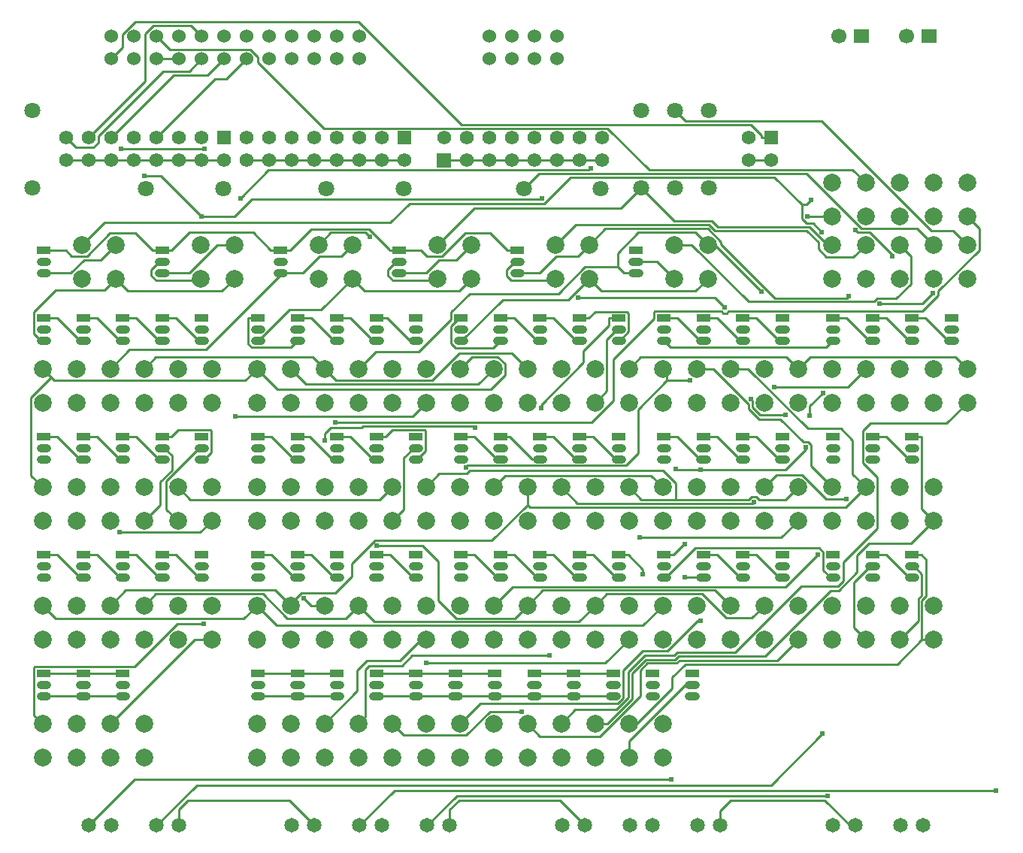
<source format=gtl>
G04 Layer: TopLayer*
G04 EasyEDA v6.4.25, 2021-12-30T01:49:16+01:00*
G04 4773aac788784ad1aa91dadde69bcb95,bb3cfcbffc6840158e79d7648404357e,10*
G04 Gerber Generator version 0.2*
G04 Scale: 100 percent, Rotated: No, Reflected: No *
G04 Dimensions in millimeters *
G04 leading zeros omitted , absolute positions ,4 integer and 5 decimal *
%FSLAX45Y45*%
%MOMM*%

%ADD10C,0.2540*%
%ADD11C,0.6100*%
%ADD12R,1.6000X0.9000*%
%ADD13C,1.9990*%
%ADD14C,1.8000*%
%ADD15C,1.5240*%
%ADD16C,1.6510*%
%ADD17C,1.5748*%
%ADD18R,1.5748X1.5748*%
%ADD19R,1.7000X1.5748*%
%ADD20C,1.7000*%
%ADD21C,0.9000*%

%LPD*%
D10*
X1638300Y6667492D02*
G01*
X1776933Y6528859D01*
X2833166Y6528859D01*
X2971800Y6667492D01*
X825500Y5968992D02*
G01*
X795070Y5968992D01*
X717346Y6046716D01*
X717346Y6296017D01*
X960704Y6539374D01*
X1510182Y6539374D01*
X1638300Y6667492D01*
X9598913Y1543601D02*
G01*
X9017558Y962245D01*
X2549753Y962245D01*
X2095500Y507992D01*
X5397500Y507992D02*
G01*
X5397500Y684344D01*
X5503290Y790135D01*
X6639356Y790135D01*
X6921500Y507992D01*
X7416800Y1269992D02*
G01*
X7416800Y1459400D01*
X8052892Y2095492D01*
X8128000Y2095492D01*
X10604500Y3428992D02*
G01*
X10626877Y3428992D01*
X10717707Y3338161D01*
X10717707Y3097954D01*
X10676839Y3057085D01*
X10676839Y2815531D01*
X10464800Y2603492D01*
X10604500Y3555992D02*
G01*
X10712627Y3555992D01*
X10845800Y2603492D02*
G01*
X10717707Y2603492D01*
X7416800Y1650992D02*
G01*
X7504429Y1650992D01*
X7905750Y2052312D01*
X7905750Y2174003D01*
X8057235Y2325489D01*
X10439704Y2325489D01*
X10717707Y2603492D01*
X10717707Y2603492D02*
G01*
X10717707Y3040143D01*
X10766729Y3089165D01*
X10766729Y3501890D01*
X10712627Y3555992D01*
X10083800Y2603492D02*
G01*
X9953904Y2733387D01*
X9953904Y3242708D01*
X10140188Y3428992D01*
X10160000Y3428992D01*
X10604500Y3301992D02*
G01*
X10569676Y3301992D01*
X10315676Y3555992D01*
X10160000Y3555992D01*
X10604500Y4889492D02*
G01*
X10712627Y4889492D01*
X10845800Y3936992D02*
G01*
X10712627Y4070164D01*
X10712627Y4889492D01*
X7035800Y1650992D02*
G01*
X7176058Y1650992D01*
X7454391Y1929325D01*
X7454391Y2220460D01*
X7609890Y2375959D01*
X7939354Y2375959D01*
X7980197Y2416802D01*
X8953957Y2416802D01*
X9692436Y3155281D01*
X9782302Y3155281D01*
X9986060Y3359040D01*
X9986060Y3548804D01*
X10119918Y3682662D01*
X10591469Y3682662D01*
X10845800Y3936992D01*
X10604500Y4635492D02*
G01*
X10569676Y4635492D01*
X10315676Y4889492D01*
X10160000Y4889492D01*
X6654800Y1650992D02*
G01*
X6813727Y1809920D01*
X7277176Y1809920D01*
X7413523Y1946267D01*
X7413523Y2238519D01*
X7598536Y2423533D01*
X7929118Y2423533D01*
X7963281Y2457696D01*
X8613851Y2457696D01*
X9361449Y3205294D01*
X9774504Y3205294D01*
X9833660Y3264451D01*
X9833660Y3471588D01*
X10214025Y3851953D01*
X10214025Y4431504D01*
X10051846Y4593683D01*
X10051846Y4955202D01*
X10137597Y5040952D01*
X10997260Y5040952D01*
X11226800Y5270492D01*
X11049000Y5968992D02*
G01*
X11014176Y5968992D01*
X10760176Y6222992D01*
X10604500Y6222992D01*
X10604500Y5968992D02*
G01*
X10569676Y5968992D01*
X10315676Y6222992D01*
X10160000Y6222992D01*
X10160000Y5968992D02*
G01*
X10125176Y5968992D01*
X9871176Y6222992D01*
X9715500Y6222992D01*
X6273800Y1650992D02*
G01*
X6413500Y1511292D01*
X7094169Y1511292D01*
X7549667Y1966790D01*
X7549667Y2257925D01*
X7626832Y2335090D01*
X7956295Y2335090D01*
X7987588Y2366383D01*
X9084690Y2366383D01*
X9321800Y2603492D01*
X9144000Y3301992D02*
G01*
X9109176Y3301992D01*
X8855176Y3555992D01*
X8699500Y3555992D01*
X8699500Y3301992D02*
G01*
X8664676Y3301992D01*
X8410676Y3555992D01*
X8255000Y3555992D01*
X7810500Y3555992D02*
G01*
X7918627Y3555992D01*
X7918627Y3555992D02*
G01*
X8039074Y3676439D01*
X8047354Y3676439D01*
X8255000Y3301992D02*
G01*
X8047354Y3301992D01*
X9321800Y3936992D02*
G01*
X9134347Y3749540D01*
X7543241Y3749540D01*
X9144000Y4635492D02*
G01*
X9109176Y4635492D01*
X8855176Y4889492D01*
X8699500Y4889492D01*
X8699500Y4635492D02*
G01*
X8664676Y4635492D01*
X8410676Y4889492D01*
X8255000Y4889492D01*
X8255000Y4635492D02*
G01*
X8220176Y4635492D01*
X7966176Y4889492D01*
X7810500Y4889492D01*
X8222615Y2810578D02*
G01*
X8191093Y2810578D01*
X7852638Y2472123D01*
X7569809Y2472123D01*
X7352233Y2254547D01*
X7352233Y1942787D01*
X7292695Y1883249D01*
X5744057Y1883249D01*
X5511800Y1650992D01*
X8793886Y5312529D02*
G01*
X8810904Y5295511D01*
X8810904Y5219285D01*
X8897467Y5132722D01*
X9184030Y5132722D01*
X9144000Y5968992D02*
G01*
X9109176Y5968992D01*
X8855176Y6222992D01*
X8699500Y6222992D01*
X8699500Y5968992D02*
G01*
X8664676Y5968992D01*
X8410676Y6222992D01*
X8255000Y6222992D01*
X8255000Y5968992D02*
G01*
X8220176Y5968992D01*
X7966176Y6222992D01*
X7810500Y6222992D01*
X7416800Y2603492D02*
G01*
X7152640Y2339332D01*
X5130800Y2339332D01*
X7302500Y3555992D02*
G01*
X7410627Y3555992D01*
X7574356Y3337679D02*
G01*
X7574356Y3392263D01*
X7410627Y3555992D01*
X7302500Y3301992D02*
G01*
X7267676Y3301992D01*
X7013676Y3555992D01*
X6858000Y3555992D01*
X6858000Y3301992D02*
G01*
X6823176Y3301992D01*
X6569176Y3555992D01*
X6413500Y3555992D01*
X6413500Y3301992D02*
G01*
X6378676Y3301992D01*
X6124676Y3555992D01*
X5969000Y3555992D01*
X5969000Y3301992D02*
G01*
X5934176Y3301992D01*
X5680176Y3555992D01*
X5524500Y3555992D01*
X4749800Y1650992D02*
G01*
X4877892Y1522900D01*
X5583554Y1522900D01*
X5851118Y1790463D01*
X6206312Y1790463D01*
X7302500Y4635492D02*
G01*
X7267676Y4635492D01*
X7013676Y4889492D01*
X6858000Y4889492D01*
X6858000Y4635492D02*
G01*
X6823176Y4635492D01*
X6569176Y4889492D01*
X6413500Y4889492D01*
X6413500Y4635492D02*
G01*
X6331127Y4635492D01*
X6077127Y4889492D01*
X5969000Y4889492D02*
G01*
X6077127Y4889492D01*
X5969000Y4635492D02*
G01*
X5934176Y4635492D01*
X5680176Y4889492D01*
X5524500Y4889492D01*
X7035800Y5270492D02*
G01*
X7166889Y5401581D01*
X7166889Y5980854D01*
X7282027Y6095992D01*
X7302500Y6095992D01*
X4368800Y1650992D02*
G01*
X4446015Y1728208D01*
X4446015Y2263792D01*
X4489373Y2307150D01*
X4863338Y2307150D01*
X4976698Y2420510D01*
X6526682Y2420510D01*
X7194372Y6222992D02*
G01*
X7194372Y6138181D01*
X6907707Y5851517D01*
X6907707Y5723247D01*
X6428460Y5244000D01*
X6428460Y5208338D01*
X7302500Y6222992D02*
G01*
X7194372Y6222992D01*
X7302500Y5968992D02*
G01*
X7315834Y5968992D01*
X7416165Y6069322D01*
X7416165Y6276662D01*
X7396708Y6296118D01*
X7039254Y6296118D01*
X6966127Y6222992D01*
X6858000Y6222992D02*
G01*
X6966127Y6222992D01*
X6858000Y5968992D02*
G01*
X6823176Y5968992D01*
X6569176Y6222992D01*
X6413500Y6222992D01*
X6413500Y5968992D02*
G01*
X6378676Y5968992D01*
X6124676Y6222992D01*
X5969000Y6222992D01*
X5969000Y5968992D02*
G01*
X5885103Y5885096D01*
X5466511Y5885096D01*
X5415127Y5936480D01*
X5415127Y6130942D01*
X5507177Y6222992D01*
X5524500Y6222992D01*
X5130800Y2603492D02*
G01*
X5073015Y2603492D01*
X4834991Y2365468D01*
X4465827Y2365468D01*
X4358335Y2257976D01*
X4358335Y2021527D01*
X3987800Y1650992D01*
X5016500Y3301992D02*
G01*
X4981676Y3301992D01*
X4727676Y3555992D01*
X4572000Y3555992D01*
X4127500Y3301992D02*
G01*
X4092676Y3301992D01*
X3838676Y3555992D01*
X3683000Y3555992D01*
X3683000Y3301992D02*
G01*
X3648176Y3301992D01*
X3394176Y3555992D01*
X3238500Y3555992D01*
X4749800Y3936992D02*
G01*
X4880889Y4068081D01*
X4880889Y4647354D01*
X4996027Y4762492D01*
X5016500Y4762492D01*
X5016500Y4635492D02*
G01*
X5036693Y4635492D01*
X5125516Y4724316D01*
X5125516Y4955176D01*
X5118074Y4962618D01*
X4753254Y4962618D01*
X4680127Y4889492D01*
X4572000Y4889492D02*
G01*
X4680127Y4889492D01*
X4572000Y4635492D02*
G01*
X4537176Y4635492D01*
X4283176Y4889492D01*
X4127500Y4889492D01*
X3683000Y4889492D02*
G01*
X3825773Y4889492D01*
X4079773Y4635492D01*
X4127500Y4635492D01*
X3683000Y4635492D02*
G01*
X3648176Y4635492D01*
X3394176Y4889492D01*
X3238500Y4889492D01*
X5130800Y5270492D02*
G01*
X4978628Y5118320D01*
X2988030Y5118320D01*
X5016500Y5968992D02*
G01*
X4946116Y5968992D01*
X4692116Y6222992D01*
X4572000Y6222992D01*
X4572000Y5968992D02*
G01*
X4537176Y5968992D01*
X4283176Y6222992D01*
X4127500Y6222992D01*
X4127500Y5968992D02*
G01*
X4092676Y5968992D01*
X3838676Y6222992D01*
X3683000Y6222992D01*
X3683000Y5968992D02*
G01*
X3607409Y5893401D01*
X3169132Y5893401D01*
X3130372Y5932162D01*
X3130372Y6222992D01*
X3238500Y6222992D02*
G01*
X3130372Y6222992D01*
X2603500Y3301992D02*
G01*
X2568676Y3301992D01*
X2314676Y3555992D01*
X2159000Y3555992D01*
X2159000Y3301992D02*
G01*
X2124176Y3301992D01*
X1870176Y3555992D01*
X1714500Y3555992D01*
X1714500Y3301992D02*
G01*
X1679676Y3301992D01*
X1425676Y3555992D01*
X1270000Y3555992D01*
X1270000Y3301992D02*
G01*
X1235176Y3301992D01*
X981176Y3555992D01*
X825500Y3555992D01*
X2336800Y3936992D02*
G01*
X2206726Y4067065D01*
X2206726Y4387308D01*
X2581909Y4762492D01*
X2603500Y4762492D01*
X1679930Y3808900D02*
G01*
X2589707Y3808900D01*
X2717800Y3936992D01*
X2159000Y4762492D02*
G01*
X2182164Y4762492D01*
X2270759Y4673897D01*
X2270759Y4509178D01*
X2139365Y4377783D01*
X2139365Y4120558D01*
X1955800Y3936992D01*
X2603500Y4635492D02*
G01*
X2639390Y4635492D01*
X2712847Y4708949D01*
X2712847Y4955202D01*
X2705430Y4962618D01*
X2340254Y4962618D01*
X2267127Y4889492D01*
X2159000Y4889492D02*
G01*
X2267127Y4889492D01*
X2159000Y4635492D02*
G01*
X2124176Y4635492D01*
X1870176Y4889492D01*
X1714500Y4889492D01*
X1714500Y4635492D02*
G01*
X1679676Y4635492D01*
X1425676Y4889492D01*
X1270000Y4889492D01*
X1270000Y4635492D02*
G01*
X1235176Y4635492D01*
X981176Y4889492D01*
X825500Y4889492D01*
X812800Y1650992D02*
G01*
X717346Y1746445D01*
X717346Y2288202D01*
X724788Y2295644D01*
X1847799Y2295644D01*
X2333625Y2781470D01*
X2629230Y2781470D01*
X2603500Y5968992D02*
G01*
X2568676Y5968992D01*
X2314676Y6222992D01*
X2159000Y6222992D01*
X2159000Y5968992D02*
G01*
X2124176Y5968992D01*
X1870176Y6222992D01*
X1714500Y6222992D01*
X1714500Y5968992D02*
G01*
X1679676Y5968992D01*
X1425676Y6222992D01*
X1270000Y6222992D01*
X1270000Y5968992D02*
G01*
X1235176Y5968992D01*
X981176Y6222992D01*
X825500Y6222992D01*
X7290739Y6799242D02*
G01*
X6922897Y6799242D01*
X6621424Y6497769D01*
X5623229Y6497769D01*
X5414187Y6288727D01*
X5414187Y6209885D01*
X5050409Y5846107D01*
X4563414Y5846107D01*
X4368800Y5651492D01*
X7493000Y6730992D02*
G01*
X7358989Y6730992D01*
X7290739Y6799242D01*
X9867823Y4185328D02*
G01*
X9635642Y4185328D01*
X9366148Y4454822D01*
X9077629Y4454822D01*
X8940800Y4317992D01*
X7290739Y6799242D02*
G01*
X7290739Y6956798D01*
X7521295Y7187354D01*
X8166938Y7187354D01*
X8305800Y7048492D01*
X8305800Y7048492D02*
G01*
X8382381Y7048492D01*
X8909913Y6520959D01*
X7924800Y6667492D02*
G01*
X7734300Y6857992D01*
X7493000Y6857992D01*
X3987800Y2984492D02*
G01*
X3837254Y2984492D01*
X3751529Y3070217D01*
X6159500Y6730992D02*
G01*
X6409359Y6730992D01*
X6598767Y6920400D01*
X6844207Y6920400D01*
X6972300Y7048492D01*
X6972300Y7048492D02*
G01*
X7152055Y7228248D01*
X8311108Y7228248D01*
X8457234Y7082121D01*
X8457234Y7057102D01*
X9065463Y6448874D01*
X9876536Y6448874D01*
X9895535Y6467873D01*
X3992829Y4845143D02*
G01*
X3992829Y4923325D01*
X4059681Y4990177D01*
X4407661Y4990177D01*
X4420997Y5003512D01*
X5668695Y5003512D01*
X5682005Y4990203D01*
X6591300Y6667492D02*
G01*
X6572326Y6648518D01*
X6093180Y6648518D01*
X6039002Y6702696D01*
X6039002Y6763555D01*
X6133439Y6857992D01*
X6159500Y6857992D01*
X2590800Y6667492D02*
G01*
X2571826Y6648518D01*
X2092680Y6648518D01*
X2038502Y6702696D01*
X2038502Y6763555D01*
X2132939Y6857992D01*
X2159000Y6857992D01*
X7239000Y2222492D02*
G01*
X6794500Y2222492D01*
X6794500Y2222492D02*
G01*
X6350000Y2222492D01*
X5905500Y2222492D02*
G01*
X5461000Y2222492D01*
X5461000Y2222492D02*
G01*
X5016500Y2222492D01*
X5016500Y2222492D02*
G01*
X4572000Y2222492D01*
X4127500Y2222492D02*
G01*
X3683000Y2222492D01*
X3683000Y2222492D02*
G01*
X3238500Y2222492D01*
X10845800Y7048492D02*
G01*
X10661650Y7232642D01*
X10036022Y7232642D01*
X9416668Y7851995D01*
X6401003Y7851995D01*
X6232499Y7683492D01*
X5334000Y8000992D02*
G01*
X5588000Y8000992D01*
X5588000Y8000992D02*
G01*
X5842000Y8000992D01*
X5842000Y8000992D02*
G01*
X6096000Y8000992D01*
X6096000Y8000992D02*
G01*
X6350000Y8000992D01*
X6350000Y8000992D02*
G01*
X6604000Y8000992D01*
X6604000Y8000992D02*
G01*
X6858000Y8000992D01*
X6858000Y8000992D02*
G01*
X7112000Y8000992D01*
X8763000Y8000992D02*
G01*
X9017000Y8000992D01*
X2857500Y8000992D02*
G01*
X2603500Y8000992D01*
X2603500Y8000992D02*
G01*
X2349500Y8000992D01*
X2349500Y8000992D02*
G01*
X2095500Y8000992D01*
X2095500Y8000992D02*
G01*
X1841500Y8000992D01*
X1841500Y8000992D02*
G01*
X1587500Y8000992D01*
X1587500Y8000992D02*
G01*
X1333500Y8000992D01*
X1333500Y8000992D02*
G01*
X1079500Y8000992D01*
X4889500Y8000992D02*
G01*
X4635500Y8000992D01*
X4635500Y8000992D02*
G01*
X4381500Y8000992D01*
X4381500Y8000992D02*
G01*
X4127500Y8000992D01*
X4127500Y8000992D02*
G01*
X3873500Y8000992D01*
X3873500Y8000992D02*
G01*
X3619500Y8000992D01*
X3619500Y8000992D02*
G01*
X3365500Y8000992D01*
X3365500Y8000992D02*
G01*
X3111500Y8000992D01*
X3987800Y5651492D02*
G01*
X3854526Y5784766D01*
X2089073Y5784766D01*
X1955800Y5651492D01*
X6273800Y5651492D02*
G01*
X6097549Y5827742D01*
X5506897Y5827742D01*
X5202529Y5523374D01*
X4115917Y5523374D01*
X3987800Y5651492D01*
X6654800Y4317992D02*
G01*
X6839508Y4133283D01*
X8808720Y4133283D01*
X8826449Y4151012D01*
X6591300Y7048492D02*
G01*
X6820331Y7277524D01*
X8319668Y7277524D01*
X8389442Y7207750D01*
X9420326Y7207750D01*
X9550628Y7077448D01*
X9550628Y7000816D01*
X9639884Y6911560D01*
X9946868Y6911560D01*
X10083800Y7048492D01*
X7239000Y1968492D02*
G01*
X6794500Y1968492D01*
X6794500Y1968492D02*
G01*
X6350000Y1968492D01*
X5461000Y1968492D02*
G01*
X5016500Y1968492D01*
X5016500Y1968492D02*
G01*
X4572000Y1968492D01*
X4127500Y1968492D02*
G01*
X3683000Y1968492D01*
X3683000Y1968492D02*
G01*
X3238500Y1968492D01*
X5461000Y1968492D02*
G01*
X5905500Y1968492D01*
X5905500Y1968492D02*
G01*
X6350000Y1968492D01*
X9715500Y5968992D02*
G01*
X9639706Y5893198D01*
X7886293Y5893198D01*
X7810500Y5968992D01*
X6972300Y6667492D02*
G01*
X7110272Y6529519D01*
X8167827Y6529519D01*
X8305800Y6667492D01*
X6972300Y6667492D02*
G01*
X6737019Y6432212D01*
X5999175Y6432212D01*
X5535955Y5968992D01*
X5524500Y5968992D01*
X5638800Y6667492D02*
G01*
X5503087Y6531780D01*
X4441012Y6531780D01*
X4305300Y6667492D01*
X4305300Y6667492D02*
G01*
X3951884Y6314076D01*
X3595039Y6314076D01*
X3249955Y5968992D01*
X3238500Y5968992D01*
X1714500Y1968492D02*
G01*
X1270000Y1968492D01*
X1270000Y1968492D02*
G01*
X825500Y1968492D01*
X9715500Y3301992D02*
G01*
X9688068Y3301992D01*
X9606838Y3383221D01*
X9606838Y3587234D01*
X9560712Y3633360D01*
X8165972Y3633360D01*
X7834604Y3301992D01*
X7810500Y3301992D01*
X7893024Y1022393D02*
G01*
X1847900Y1022393D01*
X1333500Y507992D01*
X9702800Y7365992D02*
G01*
X9430334Y7365992D01*
X4109948Y5049766D02*
G01*
X6996226Y5049766D01*
X7239330Y5292869D01*
X7239330Y5756800D01*
X7702346Y6219817D01*
X7702346Y6290226D01*
X7709788Y6297668D01*
X8464448Y6297668D01*
X8483066Y6279050D01*
X8520201Y6279050D01*
X8538794Y6297642D01*
X10719079Y6297642D01*
X10901883Y6480446D01*
X10901883Y6528808D01*
X11362588Y6989513D01*
X11362588Y7230203D01*
X11226800Y7365992D01*
X4381500Y507992D02*
G01*
X4775555Y902047D01*
X11551564Y902047D01*
X10240111Y6382936D02*
G01*
X10721441Y6382936D01*
X10843259Y6504754D01*
X9654336Y843424D02*
G01*
X5478932Y843424D01*
X5143500Y507992D01*
X9967213Y7216868D02*
G01*
X9992334Y7191748D01*
X10127589Y7191748D01*
X10381767Y6937570D01*
X10381767Y6922660D01*
X9017000Y8254992D02*
G01*
X8910142Y8254992D01*
X8910142Y8254992D02*
G01*
X8910142Y8281738D01*
X8789161Y8402718D01*
X5533034Y8402718D01*
X4371340Y9564413D01*
X1860270Y9564413D01*
X1714500Y9418642D01*
X1714500Y9270992D01*
X1587500Y9143992D01*
X10083800Y5651492D02*
G01*
X9882454Y5450146D01*
X9056039Y5450146D01*
X2640075Y8125630D02*
G01*
X1696262Y8125630D01*
X8559800Y2984492D02*
G01*
X8388222Y3156069D01*
X6445377Y3156069D01*
X6273800Y2984492D01*
X6273800Y2984492D02*
G01*
X6130925Y2841617D01*
X5473547Y2841617D01*
X5270500Y3044664D01*
X5270500Y3483043D01*
X5093639Y3659903D01*
X4579848Y3659903D01*
X4496231Y7135919D02*
G01*
X4446295Y7185855D01*
X4061663Y7185855D01*
X3924300Y7048492D01*
X9547859Y3561504D02*
G01*
X9183547Y3197191D01*
X6105499Y3197191D01*
X5892800Y2984492D01*
X2603982Y7366576D02*
G01*
X2148433Y7822125D01*
X1958746Y7822125D01*
X6438366Y7573281D02*
G01*
X6430441Y7565356D01*
X3172866Y7565356D01*
X2974086Y7366576D01*
X2603982Y7366576D01*
X8499449Y6345572D02*
G01*
X8389162Y6455859D01*
X6843775Y6455859D01*
X9702800Y4317992D02*
G01*
X9466859Y4553932D01*
X9466859Y4790813D01*
X9432543Y4825128D01*
X9384817Y4825128D01*
X9125813Y5084132D01*
X8888247Y5084132D01*
X8770035Y5202344D01*
X8770035Y5253474D01*
X8372017Y5651492D01*
X8178800Y5651492D01*
X7797800Y5651492D02*
G01*
X7845602Y5603689D01*
X7845602Y5518142D01*
X8104098Y5518142D02*
G01*
X7845602Y5518142D01*
X7845602Y5518142D02*
G01*
X7520863Y5193403D01*
X7520863Y4700389D01*
X7382814Y4562340D01*
X5600369Y4562340D01*
X5581015Y4542985D01*
X9365462Y7499748D02*
G01*
X9365462Y7346586D01*
X9422511Y7289538D01*
X9495663Y7289538D01*
X9592259Y7192942D01*
X1257300Y7048492D02*
G01*
X1507388Y7298580D01*
X4729861Y7298580D01*
X4945938Y7514658D01*
X6462674Y7514658D01*
X6759143Y7811127D01*
X9054084Y7811127D01*
X9365462Y7499748D01*
X9365462Y7499748D02*
G01*
X9414763Y7499748D01*
X9469754Y7554739D01*
X2095500Y9397992D02*
G01*
X2245156Y9248335D01*
X3156305Y9248335D01*
X3238500Y9166141D01*
X3238500Y9102844D01*
X3979494Y8361850D01*
X7177989Y8361850D01*
X7646009Y7893829D01*
X9936962Y7893829D01*
X10083800Y7746992D01*
X1079500Y8254992D02*
G01*
X1188415Y8146077D01*
X1386128Y8146077D01*
X1440357Y8200306D01*
X1440357Y8277953D01*
X2167280Y9004876D01*
X2464384Y9004876D01*
X2603500Y9143992D01*
X2603500Y9397992D02*
G01*
X2486253Y9515238D01*
X2060244Y9515238D01*
X1968500Y9423493D01*
X1968500Y8889992D01*
X1333500Y8254992D01*
X1587500Y8254992D02*
G01*
X2290673Y8958165D01*
X2671673Y8958165D01*
X2857500Y9143992D01*
X2095500Y8254992D02*
G01*
X2757779Y8917271D01*
X2884779Y8917271D01*
X3111500Y9143992D01*
X1270000Y2222492D02*
G01*
X825500Y2222492D01*
X1270000Y2222492D02*
G01*
X1714500Y2222492D01*
X3040634Y7573281D02*
G01*
X3360242Y7892889D01*
X6967016Y7892889D01*
X6985000Y7910873D01*
X1574800Y1650992D02*
G01*
X2527300Y2603492D01*
X2717800Y2603492D01*
X4749800Y4317992D02*
G01*
X4606925Y4175117D01*
X2479675Y4175117D01*
X2336800Y4317992D01*
X5257800Y7048492D02*
G01*
X5672505Y7463198D01*
X7326706Y7463198D01*
X7556500Y7692991D01*
X9702800Y7048492D02*
G01*
X9653803Y7048492D01*
X9453651Y7248644D01*
X8423630Y7248644D01*
X8353856Y7318418D01*
X7931073Y7318418D01*
X7556500Y7692991D01*
X4368800Y2984492D02*
G01*
X4225950Y2841642D01*
X3568445Y2841642D01*
X3294100Y3115988D01*
X2087295Y3115988D01*
X1955800Y2984492D01*
X7035800Y2984492D02*
G01*
X7166508Y3115200D01*
X8240801Y3115200D01*
X8510600Y2845401D01*
X8801709Y2845401D01*
X8940800Y2984492D01*
X4368800Y2984492D02*
G01*
X4552543Y2800748D01*
X6852056Y2800748D01*
X7035800Y2984492D01*
X10464800Y7048492D02*
G01*
X10595559Y6917733D01*
X10595559Y6609656D01*
X10427461Y6441559D01*
X10215829Y6441559D01*
X10182275Y6408005D01*
X8765159Y6408005D01*
X8124672Y7048492D01*
X7924800Y7048492D01*
X2159000Y6730992D02*
G01*
X2466670Y6730992D01*
X2784170Y7048492D01*
X2971800Y7048492D01*
X5892800Y4317992D02*
G01*
X6025743Y4450935D01*
X7664856Y4450935D01*
X7797800Y4317992D01*
X5892800Y5651492D02*
G01*
X5720791Y5479483D01*
X3778808Y5479483D01*
X3606800Y5651492D01*
X9601733Y5381236D02*
G01*
X9451873Y5231376D01*
X9451873Y5123146D01*
X9408236Y4766505D02*
G01*
X9408236Y4742045D01*
X9184893Y4518703D01*
X8225764Y4518703D01*
X8225764Y4518703D02*
G01*
X7946491Y4518703D01*
X7945450Y4519744D01*
X825500Y6730992D02*
G01*
X1133170Y6730992D01*
X1281709Y6879531D01*
X1469339Y6879531D01*
X1638300Y7048492D01*
X3225800Y5651492D02*
G01*
X3456025Y5421266D01*
X5862447Y5421266D01*
X6021095Y5579915D01*
X6021095Y5705238D01*
X5939459Y5786874D01*
X5647181Y5786874D01*
X5511800Y5651492D01*
X3225800Y2984492D02*
G01*
X3081400Y2840093D01*
X957198Y2840093D01*
X812800Y2984492D01*
X3225800Y2984492D02*
G01*
X3450412Y2759880D01*
X7573187Y2759880D01*
X7797800Y2984492D01*
X911682Y5552610D02*
G01*
X683590Y5324518D01*
X683590Y4447202D01*
X812800Y4317992D01*
X812800Y5651492D02*
G01*
X911682Y5552610D01*
X911682Y5552610D02*
G01*
X940892Y5523400D01*
X3097707Y5523400D01*
X3225800Y5651492D01*
X4826000Y6730992D02*
G01*
X5133670Y6730992D01*
X5282209Y6879531D01*
X5469839Y6879531D01*
X5638800Y7048492D01*
X5257800Y6667492D02*
G01*
X5238826Y6648518D01*
X4759680Y6648518D01*
X4705502Y6702696D01*
X4705502Y6763555D01*
X4799939Y6857992D01*
X4826000Y6857992D01*
X8559800Y5651492D02*
G01*
X8759647Y5651492D01*
X9434906Y4976233D01*
X9804933Y4976233D01*
X9937750Y4843416D01*
X9937750Y4464042D01*
X10083800Y4317992D01*
X4305300Y7048492D02*
G01*
X4177207Y6920400D01*
X3931767Y6920400D01*
X3742359Y6730992D01*
X3492500Y6730992D01*
X3606800Y2984492D02*
G01*
X3434435Y3156856D01*
X1747164Y3156856D01*
X1574800Y2984492D01*
X6273800Y4317992D02*
G01*
X6273800Y4119313D01*
X3492500Y6730992D02*
G01*
X3492500Y6709884D01*
X2652674Y5870059D01*
X1793367Y5870059D01*
X1574800Y5651492D01*
X6273800Y4119313D02*
G01*
X6300724Y4092389D01*
X9858197Y4092389D01*
X10083800Y4317992D01*
X6273800Y4119313D02*
G01*
X5873013Y3718526D01*
X4555464Y3718526D01*
X4294733Y3457795D01*
X4294733Y3313422D01*
X4110151Y3128840D01*
X3727246Y3128840D01*
X3606800Y3008393D01*
X3606800Y2984492D01*
X6159500Y6984992D02*
G01*
X6051372Y6984992D01*
X2050872Y6984992D02*
G01*
X1854276Y7181588D01*
X1574190Y7181588D01*
X1313002Y6920400D01*
X1139952Y6920400D01*
X1075359Y6984992D01*
X825500Y6984992D01*
X2159000Y6984992D02*
G01*
X2050872Y6984992D01*
X3873500Y507992D02*
G01*
X3591356Y790135D01*
X2448356Y790135D01*
X2349500Y691278D01*
X2349500Y507992D01*
X2095500Y9143992D02*
G01*
X2349500Y9143992D01*
X6051372Y6984992D02*
G01*
X5856350Y7180013D01*
X5573115Y7180013D01*
X5313502Y6920400D01*
X5140452Y6920400D01*
X5075859Y6984992D01*
X4826000Y6984992D01*
X4826000Y6984992D02*
G01*
X4717872Y6984992D01*
X3546576Y6984992D02*
G01*
X3600627Y6984992D01*
X3546576Y6984992D02*
G01*
X3492500Y6984992D01*
X3384372Y6984992D02*
G01*
X3183534Y7185830D01*
X2467965Y7185830D01*
X2267127Y6984992D01*
X3492500Y6984992D02*
G01*
X3384372Y6984992D01*
X2159000Y6984992D02*
G01*
X2267127Y6984992D01*
X7942961Y4175117D02*
G01*
X7559675Y4175117D01*
X7416800Y4317992D01*
X9321800Y4317992D02*
G01*
X9179128Y4175320D01*
X8885072Y4175320D01*
X8850756Y4209635D01*
X8801760Y4209635D01*
X8767241Y4175117D01*
X7942961Y4175117D01*
X9321800Y5651492D02*
G01*
X9191472Y5781819D01*
X7547127Y5781819D01*
X7416800Y5651492D01*
X11226800Y5651492D02*
G01*
X11091265Y5787026D01*
X9457334Y5787026D01*
X9321800Y5651492D01*
X5130800Y4317992D02*
G01*
X5281117Y4468309D01*
X5589244Y4468309D01*
X5625388Y4504453D01*
X7799984Y4504453D01*
X7942961Y4361477D01*
X7942961Y4175117D01*
X4717872Y6984992D02*
G01*
X4717872Y6997209D01*
X4488357Y7226724D01*
X3842359Y7226724D01*
X3600627Y6984992D01*
X8445500Y507992D02*
G01*
X8445500Y674743D01*
X8560892Y790135D01*
X9624720Y790135D01*
X9906863Y507992D01*
X9969500Y507992D01*
X7937500Y8562992D02*
G01*
X8055609Y8444882D01*
X9585756Y8444882D01*
X10823397Y7207242D01*
X11068050Y7207242D01*
X11226800Y7048492D01*
D12*
G01*
X3492500Y6985000D03*
G01*
X4826000Y6985000D03*
D13*
G01*
X812800Y2984500D03*
G01*
X812800Y2603500D03*
G01*
X1193800Y2984500D03*
G01*
X1193800Y2603500D03*
G01*
X1574800Y2984500D03*
G01*
X1574800Y2603500D03*
G01*
X1955800Y2984500D03*
G01*
X1955800Y2603500D03*
G01*
X2336800Y2984500D03*
G01*
X2336800Y2603500D03*
G01*
X2717800Y2984500D03*
G01*
X2717800Y2603500D03*
D14*
G01*
X7937500Y7692999D03*
G01*
X7937500Y8563000D03*
G01*
X8318500Y7692999D03*
G01*
X8318500Y8563000D03*
D15*
G01*
X4381500Y9398000D03*
G01*
X4381500Y9144000D03*
G01*
X4127500Y9398000D03*
G01*
X4127500Y9144000D03*
G01*
X3873500Y9398000D03*
G01*
X3873500Y9144000D03*
G01*
X3619500Y9398000D03*
G01*
X3619500Y9144000D03*
G01*
X3365500Y9398000D03*
G01*
X3365500Y9144000D03*
G01*
X3111500Y9398000D03*
G01*
X3111500Y9144000D03*
G01*
X2857500Y9398000D03*
G01*
X2857500Y9144000D03*
G01*
X2603500Y9398000D03*
G01*
X2603500Y9144000D03*
G01*
X2349500Y9398000D03*
G01*
X2349500Y9144000D03*
G01*
X2095500Y9398000D03*
G01*
X2095500Y9144000D03*
G01*
X1841500Y9398000D03*
G01*
X1841500Y9144000D03*
G01*
X1587500Y9398000D03*
G01*
X1587500Y9144000D03*
G01*
X6604000Y9398000D03*
G01*
X6604000Y9144000D03*
G01*
X6350000Y9398000D03*
G01*
X6350000Y9144000D03*
G01*
X6096000Y9398000D03*
G01*
X6096000Y9144000D03*
G01*
X5842000Y9398000D03*
G01*
X5842000Y9144000D03*
D16*
G01*
X6667500Y508000D03*
G01*
X6921500Y508000D03*
G01*
X2095500Y508000D03*
G01*
X2349500Y508000D03*
G01*
X9715500Y508000D03*
G01*
X9969500Y508000D03*
G01*
X5143500Y508000D03*
G01*
X5397500Y508000D03*
G01*
X4381500Y508000D03*
G01*
X4635500Y508000D03*
G01*
X3619500Y508000D03*
G01*
X3873500Y508000D03*
G01*
X8191500Y508000D03*
G01*
X8445500Y508000D03*
G01*
X1333500Y508000D03*
G01*
X1587500Y508000D03*
G01*
X7429500Y508000D03*
G01*
X7683500Y508000D03*
G01*
X10477500Y508000D03*
G01*
X10731500Y508000D03*
D14*
G01*
X698500Y7692999D03*
G01*
X698500Y8563000D03*
G01*
X4880000Y7683500D03*
G01*
X4009999Y7683500D03*
G01*
X2848000Y7683500D03*
G01*
X1977999Y7683500D03*
G01*
X7556500Y7692999D03*
G01*
X7556500Y8563000D03*
G01*
X7102500Y7683500D03*
G01*
X6232499Y7683500D03*
D17*
G01*
X3111500Y8001000D03*
G01*
X3111500Y8255000D03*
G01*
X3365500Y8001000D03*
G01*
X3365500Y8255000D03*
G01*
X3619500Y8001000D03*
G01*
X3619500Y8255000D03*
G01*
X3873500Y8001000D03*
G01*
X3873500Y8255000D03*
G01*
X4127500Y8001000D03*
G01*
X4127500Y8255000D03*
G01*
X4381500Y8001000D03*
G01*
X4381500Y8255000D03*
G01*
X4635500Y8001000D03*
G01*
X4635500Y8255000D03*
G01*
X4889500Y8001000D03*
D18*
G01*
X4889500Y8255000D03*
D17*
G01*
X1079500Y8001000D03*
G01*
X1079500Y8255000D03*
G01*
X1333500Y8001000D03*
G01*
X1333500Y8255000D03*
G01*
X1587500Y8001000D03*
G01*
X1587500Y8255000D03*
G01*
X1841500Y8001000D03*
G01*
X1841500Y8255000D03*
G01*
X2095500Y8001000D03*
G01*
X2095500Y8255000D03*
G01*
X2349500Y8001000D03*
G01*
X2349500Y8255000D03*
G01*
X2603500Y8001000D03*
G01*
X2603500Y8255000D03*
G01*
X2857500Y8001000D03*
D18*
G01*
X2857500Y8255000D03*
D17*
G01*
X7112000Y8255000D03*
G01*
X7112000Y8001000D03*
G01*
X6858000Y8255000D03*
G01*
X6858000Y8001000D03*
G01*
X6604000Y8255000D03*
G01*
X6604000Y8001000D03*
G01*
X6350000Y8255000D03*
G01*
X6350000Y8001000D03*
G01*
X6096000Y8255000D03*
G01*
X6096000Y8001000D03*
G01*
X5842000Y8255000D03*
G01*
X5842000Y8001000D03*
G01*
X5588000Y8255000D03*
G01*
X5588000Y8001000D03*
G01*
X5334000Y8255000D03*
G36*
X5255259Y8079739D02*
G01*
X5412740Y8079739D01*
X5412740Y7922260D01*
X5255259Y7922260D01*
G37*
D18*
G01*
X9017000Y8255000D03*
D17*
G01*
X9017000Y8001000D03*
G01*
X8763000Y8255000D03*
G01*
X8763000Y8001000D03*
D19*
G01*
X10033000Y9398000D03*
D20*
G01*
X9779000Y9398000D03*
D19*
G01*
X10795000Y9398000D03*
D20*
G01*
X10541000Y9398000D03*
D12*
G01*
X825500Y6985000D03*
G01*
X2159000Y6985000D03*
G01*
X6159500Y6985000D03*
G01*
X7493000Y6985000D03*
G01*
X825500Y6223000D03*
G01*
X1270000Y6223000D03*
G01*
X1714500Y6223000D03*
G01*
X2159000Y6223000D03*
G01*
X2603500Y6223000D03*
G01*
X825500Y4889500D03*
G01*
X1270000Y4889500D03*
G01*
X1714500Y4889500D03*
G01*
X2159000Y4889500D03*
G01*
X2603500Y4889500D03*
G01*
X825500Y3556000D03*
G01*
X1270000Y3556000D03*
G01*
X1714500Y3556000D03*
G01*
X2159000Y3556000D03*
G01*
X2603500Y3556000D03*
G01*
X825500Y2222500D03*
G01*
X1270000Y2222500D03*
G01*
X1714500Y2222500D03*
G01*
X3238500Y6223000D03*
G01*
X3683000Y6223000D03*
G01*
X4127500Y6223000D03*
G01*
X4572000Y6223000D03*
G01*
X5016500Y6223000D03*
G01*
X3238500Y4889500D03*
G01*
X3683000Y4889500D03*
G01*
X4127500Y4889500D03*
G01*
X4572000Y4889500D03*
G01*
X5016500Y4889500D03*
G01*
X3238500Y3556000D03*
G01*
X3683000Y3556000D03*
G01*
X4127500Y3556000D03*
G01*
X4572000Y3556000D03*
G01*
X5016500Y3556000D03*
G01*
X5524500Y6223000D03*
G01*
X5969000Y6223000D03*
G01*
X6413500Y6223000D03*
G01*
X6858000Y6223000D03*
G01*
X7302500Y6223000D03*
G01*
X5524500Y4889500D03*
G01*
X5969000Y4889500D03*
G01*
X6413500Y4889500D03*
G01*
X6858000Y4889500D03*
G01*
X7302500Y4889500D03*
G01*
X5524500Y3556000D03*
G01*
X5969000Y3556000D03*
G01*
X6413500Y3556000D03*
G01*
X6858000Y3556000D03*
G01*
X7302500Y3556000D03*
G01*
X7810500Y6223000D03*
G01*
X8255000Y6223000D03*
G01*
X8699500Y6223000D03*
G01*
X9144000Y6223000D03*
G01*
X7810500Y4889500D03*
G01*
X8255000Y4889500D03*
G01*
X8699500Y4889500D03*
G01*
X9144000Y4889500D03*
G01*
X7810500Y3556000D03*
G01*
X8255000Y3556000D03*
G01*
X8699500Y3556000D03*
G01*
X9144000Y3556000D03*
G01*
X9715500Y6223000D03*
G01*
X10160000Y6223000D03*
G01*
X10604500Y6223000D03*
G01*
X11049000Y6223000D03*
G01*
X9715500Y4889500D03*
G01*
X10160000Y4889500D03*
G01*
X10604500Y4889500D03*
G01*
X9715500Y3556000D03*
G01*
X10160000Y3556000D03*
G01*
X10604500Y3556000D03*
G01*
X3238500Y2222500D03*
G01*
X3683000Y2222500D03*
G01*
X4127500Y2222500D03*
G01*
X4572000Y2222500D03*
G01*
X5016500Y2222500D03*
G01*
X5461000Y2222500D03*
G01*
X5905500Y2222500D03*
G01*
X6350000Y2222500D03*
G01*
X6794500Y2222500D03*
G01*
X7239000Y2222500D03*
G01*
X7683500Y2222500D03*
G01*
X8128000Y2222500D03*
D13*
G01*
X9702800Y7747000D03*
G01*
X9702800Y7366000D03*
G01*
X10083800Y7747000D03*
G01*
X10083800Y7366000D03*
G01*
X10464800Y7747000D03*
G01*
X10464800Y7366000D03*
G01*
X10845800Y7747000D03*
G01*
X10845800Y7366000D03*
G01*
X11226800Y7747000D03*
G01*
X11226800Y7366000D03*
G01*
X9702800Y7048500D03*
G01*
X9702800Y6667500D03*
G01*
X10083800Y7048500D03*
G01*
X10083800Y6667500D03*
G01*
X10464800Y7048500D03*
G01*
X10464800Y6667500D03*
G01*
X10845800Y7048500D03*
G01*
X10845800Y6667500D03*
G01*
X11226800Y7048500D03*
G01*
X11226800Y6667500D03*
G01*
X1257300Y7048500D03*
G01*
X1257300Y6667500D03*
G01*
X1638300Y7048500D03*
G01*
X1638300Y6667500D03*
G01*
X2590800Y7048500D03*
G01*
X2590800Y6667500D03*
G01*
X2971800Y7048500D03*
G01*
X2971800Y6667500D03*
G01*
X3924300Y7048500D03*
G01*
X3924300Y6667500D03*
G01*
X4305300Y7048500D03*
G01*
X4305300Y6667500D03*
G01*
X5257800Y7048500D03*
G01*
X5257800Y6667500D03*
G01*
X5638800Y7048500D03*
G01*
X5638800Y6667500D03*
G01*
X6591300Y7048500D03*
G01*
X6591300Y6667500D03*
G01*
X6972300Y7048500D03*
G01*
X6972300Y6667500D03*
G01*
X7924800Y7048500D03*
G01*
X7924800Y6667500D03*
G01*
X8305800Y7048500D03*
G01*
X8305800Y6667500D03*
G01*
X812800Y5651500D03*
G01*
X812800Y5270500D03*
G01*
X1193800Y5651500D03*
G01*
X1193800Y5270500D03*
G01*
X1574800Y5651500D03*
G01*
X1574800Y5270500D03*
G01*
X1955800Y5651500D03*
G01*
X1955800Y5270500D03*
G01*
X2336800Y5651500D03*
G01*
X2336800Y5270500D03*
G01*
X2717800Y5651500D03*
G01*
X2717800Y5270500D03*
G01*
X812800Y4318000D03*
G01*
X812800Y3937000D03*
G01*
X1193800Y4318000D03*
G01*
X1193800Y3937000D03*
G01*
X1574800Y4318000D03*
G01*
X1574800Y3937000D03*
G01*
X1955800Y4318000D03*
G01*
X1955800Y3937000D03*
G01*
X2336800Y4318000D03*
G01*
X2336800Y3937000D03*
G01*
X2717800Y4318000D03*
G01*
X2717800Y3937000D03*
G01*
X812800Y1651000D03*
G01*
X812800Y1270000D03*
G01*
X1193800Y1651000D03*
G01*
X1193800Y1270000D03*
G01*
X1574800Y1651000D03*
G01*
X1574800Y1270000D03*
G01*
X1955800Y1651000D03*
G01*
X1955800Y1270000D03*
G01*
X3225800Y5651500D03*
G01*
X3225800Y5270500D03*
G01*
X3606800Y5651500D03*
G01*
X3606800Y5270500D03*
G01*
X3987800Y5651500D03*
G01*
X3987800Y5270500D03*
G01*
X4368800Y5651500D03*
G01*
X4368800Y5270500D03*
G01*
X4749800Y5651500D03*
G01*
X4749800Y5270500D03*
G01*
X5130800Y5651500D03*
G01*
X5130800Y5270500D03*
G01*
X3225800Y4318000D03*
G01*
X3225800Y3937000D03*
G01*
X3606800Y4318000D03*
G01*
X3606800Y3937000D03*
G01*
X3987800Y4318000D03*
G01*
X3987800Y3937000D03*
G01*
X4368800Y4318000D03*
G01*
X4368800Y3937000D03*
G01*
X4749800Y4318000D03*
G01*
X4749800Y3937000D03*
G01*
X5130800Y4318000D03*
G01*
X5130800Y3937000D03*
G01*
X3225800Y2984500D03*
G01*
X3225800Y2603500D03*
G01*
X3606800Y2984500D03*
G01*
X3606800Y2603500D03*
G01*
X3987800Y2984500D03*
G01*
X3987800Y2603500D03*
G01*
X4368800Y2984500D03*
G01*
X4368800Y2603500D03*
G01*
X4749800Y2984500D03*
G01*
X4749800Y2603500D03*
G01*
X5130800Y2984500D03*
G01*
X5130800Y2603500D03*
G01*
X5511800Y5651500D03*
G01*
X5511800Y5270500D03*
G01*
X5892800Y5651500D03*
G01*
X5892800Y5270500D03*
G01*
X6273800Y5651500D03*
G01*
X6273800Y5270500D03*
G01*
X6654800Y5651500D03*
G01*
X6654800Y5270500D03*
G01*
X7035800Y5651500D03*
G01*
X7035800Y5270500D03*
G01*
X7416800Y5651500D03*
G01*
X7416800Y5270500D03*
G01*
X5511800Y4318000D03*
G01*
X5511800Y3937000D03*
G01*
X5892800Y4318000D03*
G01*
X5892800Y3937000D03*
G01*
X6273800Y4318000D03*
G01*
X6273800Y3937000D03*
G01*
X6654800Y4318000D03*
G01*
X6654800Y3937000D03*
G01*
X7035800Y4318000D03*
G01*
X7035800Y3937000D03*
G01*
X7416800Y4318000D03*
G01*
X7416800Y3937000D03*
G01*
X5511800Y2984500D03*
G01*
X5511800Y2603500D03*
G01*
X5892800Y2984500D03*
G01*
X5892800Y2603500D03*
G01*
X6273800Y2984500D03*
G01*
X6273800Y2603500D03*
G01*
X6654800Y2984500D03*
G01*
X6654800Y2603500D03*
G01*
X7035800Y2984500D03*
G01*
X7035800Y2603500D03*
G01*
X7416800Y2984500D03*
G01*
X7416800Y2603500D03*
G01*
X7797800Y5651500D03*
G01*
X7797800Y5270500D03*
G01*
X8178800Y5651500D03*
G01*
X8178800Y5270500D03*
G01*
X8559800Y5651500D03*
G01*
X8559800Y5270500D03*
G01*
X8940800Y5651500D03*
G01*
X8940800Y5270500D03*
G01*
X9321800Y5651500D03*
G01*
X9321800Y5270500D03*
G01*
X7797800Y4318000D03*
G01*
X7797800Y3937000D03*
G01*
X8178800Y4318000D03*
G01*
X8178800Y3937000D03*
G01*
X8559800Y4318000D03*
G01*
X8559800Y3937000D03*
G01*
X8940800Y4318000D03*
G01*
X8940800Y3937000D03*
G01*
X9321800Y4318000D03*
G01*
X9321800Y3937000D03*
G01*
X7797800Y2984500D03*
G01*
X7797800Y2603500D03*
G01*
X8178800Y2984500D03*
G01*
X8178800Y2603500D03*
G01*
X8559800Y2984500D03*
G01*
X8559800Y2603500D03*
G01*
X8940800Y2984500D03*
G01*
X8940800Y2603500D03*
G01*
X9321800Y2984500D03*
G01*
X9321800Y2603500D03*
G01*
X9702800Y5651500D03*
G01*
X9702800Y5270500D03*
G01*
X10083800Y5651500D03*
G01*
X10083800Y5270500D03*
G01*
X10464800Y5651500D03*
G01*
X10464800Y5270500D03*
G01*
X10845800Y5651500D03*
G01*
X10845800Y5270500D03*
G01*
X11226800Y5651500D03*
G01*
X11226800Y5270500D03*
G01*
X9702800Y4318000D03*
G01*
X9702800Y3937000D03*
G01*
X10083800Y4318000D03*
G01*
X10083800Y3937000D03*
G01*
X10464800Y4318000D03*
G01*
X10464800Y3937000D03*
G01*
X10845800Y4318000D03*
G01*
X10845800Y3937000D03*
G01*
X9702800Y2984500D03*
G01*
X9702800Y2603500D03*
G01*
X10083800Y2984500D03*
G01*
X10083800Y2603500D03*
G01*
X10464800Y2984500D03*
G01*
X10464800Y2603500D03*
G01*
X10845800Y2984500D03*
G01*
X10845800Y2603500D03*
G01*
X3225800Y1651000D03*
G01*
X3225800Y1270000D03*
G01*
X3606800Y1651000D03*
G01*
X3606800Y1270000D03*
G01*
X3987800Y1651000D03*
G01*
X3987800Y1270000D03*
G01*
X4368800Y1651000D03*
G01*
X4368800Y1270000D03*
G01*
X4749800Y1651000D03*
G01*
X4749800Y1270000D03*
G01*
X5130800Y1651000D03*
G01*
X5130800Y1270000D03*
G01*
X5511800Y1651000D03*
G01*
X5511800Y1270000D03*
G01*
X5892800Y1651000D03*
G01*
X5892800Y1270000D03*
G01*
X6273800Y1651000D03*
G01*
X6273800Y1270000D03*
G01*
X6654800Y1651000D03*
G01*
X6654800Y1270000D03*
G01*
X7035800Y1651000D03*
G01*
X7035800Y1270000D03*
G01*
X7416800Y1651000D03*
G01*
X7416800Y1270000D03*
G01*
X7797800Y1651000D03*
G01*
X7797800Y1270000D03*
D11*
G01*
X8225764Y4518710D03*
G01*
X7945450Y4519752D03*
G01*
X9408236Y4766513D03*
G01*
X9451873Y5123154D03*
G01*
X9601733Y5381244D03*
G01*
X6985000Y7910880D03*
G01*
X3040634Y7573289D03*
G01*
X9469754Y7554747D03*
G01*
X9592259Y7192949D03*
G01*
X5581015Y4542993D03*
G01*
X8104098Y5518150D03*
G01*
X6438366Y7573289D03*
G01*
X6843775Y6455867D03*
G01*
X8499449Y6345580D03*
G01*
X1958746Y7822133D03*
G01*
X2603982Y7366584D03*
G01*
X9547859Y3561511D03*
G01*
X4496231Y7135926D03*
G01*
X4579848Y3659911D03*
G01*
X1696262Y8125637D03*
G01*
X2640075Y8125637D03*
G01*
X9056039Y5450154D03*
G01*
X9598913Y1543608D03*
G01*
X10381767Y6922668D03*
G01*
X9967213Y7216876D03*
G01*
X9654336Y843432D03*
G01*
X10843259Y6504762D03*
G01*
X10240111Y6382943D03*
G01*
X11551564Y902055D03*
G01*
X4109948Y5049773D03*
G01*
X7893024Y1022400D03*
G01*
X9430334Y7366000D03*
G01*
X8826449Y4151020D03*
G01*
X5682005Y4990211D03*
G01*
X3992829Y4845151D03*
G01*
X9895535Y6467881D03*
G01*
X3751529Y3070225D03*
G01*
X8909913Y6520967D03*
G01*
X9867823Y4185335D03*
G01*
X2629230Y2781477D03*
G01*
X1679930Y3808907D03*
G01*
X2988030Y5118328D03*
G01*
X6526682Y2420518D03*
G01*
X6428460Y5208346D03*
G01*
X6206312Y1790471D03*
G01*
X7574356Y3337687D03*
G01*
X5130800Y2339339D03*
G01*
X8793886Y5312537D03*
G01*
X9184030Y5132730D03*
G01*
X8222615Y2810586D03*
G01*
X7543241Y3749547D03*
G01*
X8047354Y3676446D03*
G01*
X8047354Y3302000D03*
D21*
X3527501Y6858000D02*
G01*
X3457501Y6858000D01*
X3527501Y6731000D02*
G01*
X3457501Y6731000D01*
X4861001Y6858000D02*
G01*
X4791001Y6858000D01*
X4861001Y6731000D02*
G01*
X4791001Y6731000D01*
X860501Y6858000D02*
G01*
X790501Y6858000D01*
X860501Y6731000D02*
G01*
X790501Y6731000D01*
X2194001Y6858000D02*
G01*
X2124001Y6858000D01*
X2194001Y6731000D02*
G01*
X2124001Y6731000D01*
X6194501Y6858000D02*
G01*
X6124501Y6858000D01*
X6194501Y6731000D02*
G01*
X6124501Y6731000D01*
X7528001Y6858000D02*
G01*
X7458001Y6858000D01*
X7528001Y6731000D02*
G01*
X7458001Y6731000D01*
X860501Y6096000D02*
G01*
X790501Y6096000D01*
X860501Y5969000D02*
G01*
X790501Y5969000D01*
X1305001Y6096000D02*
G01*
X1235001Y6096000D01*
X1305001Y5969000D02*
G01*
X1235001Y5969000D01*
X1749501Y6096000D02*
G01*
X1679501Y6096000D01*
X1749501Y5969000D02*
G01*
X1679501Y5969000D01*
X2194001Y6096000D02*
G01*
X2124001Y6096000D01*
X2194001Y5969000D02*
G01*
X2124001Y5969000D01*
X2638501Y6096000D02*
G01*
X2568501Y6096000D01*
X2638501Y5969000D02*
G01*
X2568501Y5969000D01*
X860501Y4762500D02*
G01*
X790501Y4762500D01*
X860501Y4635500D02*
G01*
X790501Y4635500D01*
X1305001Y4762500D02*
G01*
X1235001Y4762500D01*
X1305001Y4635500D02*
G01*
X1235001Y4635500D01*
X1749501Y4762500D02*
G01*
X1679501Y4762500D01*
X1749501Y4635500D02*
G01*
X1679501Y4635500D01*
X2194001Y4762500D02*
G01*
X2124001Y4762500D01*
X2194001Y4635500D02*
G01*
X2124001Y4635500D01*
X2638501Y4762500D02*
G01*
X2568501Y4762500D01*
X2638501Y4635500D02*
G01*
X2568501Y4635500D01*
X860501Y3429000D02*
G01*
X790501Y3429000D01*
X860501Y3302000D02*
G01*
X790501Y3302000D01*
X1305001Y3429000D02*
G01*
X1235001Y3429000D01*
X1305001Y3302000D02*
G01*
X1235001Y3302000D01*
X1749501Y3429000D02*
G01*
X1679501Y3429000D01*
X1749501Y3302000D02*
G01*
X1679501Y3302000D01*
X2194001Y3429000D02*
G01*
X2124001Y3429000D01*
X2194001Y3302000D02*
G01*
X2124001Y3302000D01*
X2638501Y3429000D02*
G01*
X2568501Y3429000D01*
X2638501Y3302000D02*
G01*
X2568501Y3302000D01*
X860501Y2095500D02*
G01*
X790501Y2095500D01*
X860501Y1968500D02*
G01*
X790501Y1968500D01*
X1305001Y2095500D02*
G01*
X1235001Y2095500D01*
X1305001Y1968500D02*
G01*
X1235001Y1968500D01*
X1749501Y2095500D02*
G01*
X1679501Y2095500D01*
X1749501Y1968500D02*
G01*
X1679501Y1968500D01*
X3273501Y6096000D02*
G01*
X3203501Y6096000D01*
X3273501Y5969000D02*
G01*
X3203501Y5969000D01*
X3718001Y6096000D02*
G01*
X3648001Y6096000D01*
X3718001Y5969000D02*
G01*
X3648001Y5969000D01*
X4162501Y6096000D02*
G01*
X4092501Y6096000D01*
X4162501Y5969000D02*
G01*
X4092501Y5969000D01*
X4607001Y6096000D02*
G01*
X4537001Y6096000D01*
X4607001Y5969000D02*
G01*
X4537001Y5969000D01*
X5051501Y6096000D02*
G01*
X4981501Y6096000D01*
X5051501Y5969000D02*
G01*
X4981501Y5969000D01*
X3273501Y4762500D02*
G01*
X3203501Y4762500D01*
X3273501Y4635500D02*
G01*
X3203501Y4635500D01*
X3718001Y4762500D02*
G01*
X3648001Y4762500D01*
X3718001Y4635500D02*
G01*
X3648001Y4635500D01*
X4162501Y4762500D02*
G01*
X4092501Y4762500D01*
X4162501Y4635500D02*
G01*
X4092501Y4635500D01*
X4607001Y4762500D02*
G01*
X4537001Y4762500D01*
X4607001Y4635500D02*
G01*
X4537001Y4635500D01*
X5051501Y4762500D02*
G01*
X4981501Y4762500D01*
X5051501Y4635500D02*
G01*
X4981501Y4635500D01*
X3273501Y3429000D02*
G01*
X3203501Y3429000D01*
X3273501Y3302000D02*
G01*
X3203501Y3302000D01*
X3718001Y3429000D02*
G01*
X3648001Y3429000D01*
X3718001Y3302000D02*
G01*
X3648001Y3302000D01*
X4162501Y3429000D02*
G01*
X4092501Y3429000D01*
X4162501Y3302000D02*
G01*
X4092501Y3302000D01*
X4607001Y3429000D02*
G01*
X4537001Y3429000D01*
X4607001Y3302000D02*
G01*
X4537001Y3302000D01*
X5051501Y3429000D02*
G01*
X4981501Y3429000D01*
X5051501Y3302000D02*
G01*
X4981501Y3302000D01*
X5559501Y6096000D02*
G01*
X5489501Y6096000D01*
X5559501Y5969000D02*
G01*
X5489501Y5969000D01*
X6004001Y6096000D02*
G01*
X5934001Y6096000D01*
X6004001Y5969000D02*
G01*
X5934001Y5969000D01*
X6448501Y6096000D02*
G01*
X6378501Y6096000D01*
X6448501Y5969000D02*
G01*
X6378501Y5969000D01*
X6893001Y6096000D02*
G01*
X6823001Y6096000D01*
X6893001Y5969000D02*
G01*
X6823001Y5969000D01*
X7337501Y6096000D02*
G01*
X7267501Y6096000D01*
X7337501Y5969000D02*
G01*
X7267501Y5969000D01*
X5559501Y4762500D02*
G01*
X5489501Y4762500D01*
X5559501Y4635500D02*
G01*
X5489501Y4635500D01*
X6004001Y4762500D02*
G01*
X5934001Y4762500D01*
X6004001Y4635500D02*
G01*
X5934001Y4635500D01*
X6448501Y4762500D02*
G01*
X6378501Y4762500D01*
X6448501Y4635500D02*
G01*
X6378501Y4635500D01*
X6893001Y4762500D02*
G01*
X6823001Y4762500D01*
X6893001Y4635500D02*
G01*
X6823001Y4635500D01*
X7337501Y4762500D02*
G01*
X7267501Y4762500D01*
X7337501Y4635500D02*
G01*
X7267501Y4635500D01*
X5559501Y3429000D02*
G01*
X5489501Y3429000D01*
X5559501Y3302000D02*
G01*
X5489501Y3302000D01*
X6004001Y3429000D02*
G01*
X5934001Y3429000D01*
X6004001Y3302000D02*
G01*
X5934001Y3302000D01*
X6448501Y3429000D02*
G01*
X6378501Y3429000D01*
X6448501Y3302000D02*
G01*
X6378501Y3302000D01*
X6893001Y3429000D02*
G01*
X6823001Y3429000D01*
X6893001Y3302000D02*
G01*
X6823001Y3302000D01*
X7337501Y3429000D02*
G01*
X7267501Y3429000D01*
X7337501Y3302000D02*
G01*
X7267501Y3302000D01*
X7845501Y6096000D02*
G01*
X7775501Y6096000D01*
X7845501Y5969000D02*
G01*
X7775501Y5969000D01*
X8290001Y6096000D02*
G01*
X8220001Y6096000D01*
X8290001Y5969000D02*
G01*
X8220001Y5969000D01*
X8734501Y6096000D02*
G01*
X8664501Y6096000D01*
X8734501Y5969000D02*
G01*
X8664501Y5969000D01*
X9179001Y6096000D02*
G01*
X9109001Y6096000D01*
X9179001Y5969000D02*
G01*
X9109001Y5969000D01*
X7845501Y4762500D02*
G01*
X7775501Y4762500D01*
X7845501Y4635500D02*
G01*
X7775501Y4635500D01*
X8290001Y4762500D02*
G01*
X8220001Y4762500D01*
X8290001Y4635500D02*
G01*
X8220001Y4635500D01*
X8734501Y4762500D02*
G01*
X8664501Y4762500D01*
X8734501Y4635500D02*
G01*
X8664501Y4635500D01*
X9179001Y4762500D02*
G01*
X9109001Y4762500D01*
X9179001Y4635500D02*
G01*
X9109001Y4635500D01*
X7845501Y3429000D02*
G01*
X7775501Y3429000D01*
X7845501Y3302000D02*
G01*
X7775501Y3302000D01*
X8290001Y3429000D02*
G01*
X8220001Y3429000D01*
X8290001Y3302000D02*
G01*
X8220001Y3302000D01*
X8734501Y3429000D02*
G01*
X8664501Y3429000D01*
X8734501Y3302000D02*
G01*
X8664501Y3302000D01*
X9179001Y3429000D02*
G01*
X9109001Y3429000D01*
X9179001Y3302000D02*
G01*
X9109001Y3302000D01*
X9750501Y6096000D02*
G01*
X9680501Y6096000D01*
X9750501Y5969000D02*
G01*
X9680501Y5969000D01*
X10195001Y6096000D02*
G01*
X10125001Y6096000D01*
X10195001Y5969000D02*
G01*
X10125001Y5969000D01*
X10639501Y6096000D02*
G01*
X10569501Y6096000D01*
X10639501Y5969000D02*
G01*
X10569501Y5969000D01*
X11084001Y6096000D02*
G01*
X11014001Y6096000D01*
X11084001Y5969000D02*
G01*
X11014001Y5969000D01*
X9750501Y4762500D02*
G01*
X9680501Y4762500D01*
X9750501Y4635500D02*
G01*
X9680501Y4635500D01*
X10195001Y4762500D02*
G01*
X10125001Y4762500D01*
X10195001Y4635500D02*
G01*
X10125001Y4635500D01*
X10639501Y4762500D02*
G01*
X10569501Y4762500D01*
X10639501Y4635500D02*
G01*
X10569501Y4635500D01*
X9750501Y3429000D02*
G01*
X9680501Y3429000D01*
X9750501Y3302000D02*
G01*
X9680501Y3302000D01*
X10195001Y3429000D02*
G01*
X10125001Y3429000D01*
X10195001Y3302000D02*
G01*
X10125001Y3302000D01*
X10639501Y3429000D02*
G01*
X10569501Y3429000D01*
X10639501Y3302000D02*
G01*
X10569501Y3302000D01*
X3273501Y2095500D02*
G01*
X3203501Y2095500D01*
X3273501Y1968500D02*
G01*
X3203501Y1968500D01*
X3718001Y2095500D02*
G01*
X3648001Y2095500D01*
X3718001Y1968500D02*
G01*
X3648001Y1968500D01*
X4162501Y2095500D02*
G01*
X4092501Y2095500D01*
X4162501Y1968500D02*
G01*
X4092501Y1968500D01*
X4607001Y2095500D02*
G01*
X4537001Y2095500D01*
X4607001Y1968500D02*
G01*
X4537001Y1968500D01*
X5051501Y2095500D02*
G01*
X4981501Y2095500D01*
X5051501Y1968500D02*
G01*
X4981501Y1968500D01*
X5496001Y2095500D02*
G01*
X5426001Y2095500D01*
X5496001Y1968500D02*
G01*
X5426001Y1968500D01*
X5940501Y2095500D02*
G01*
X5870501Y2095500D01*
X5940501Y1968500D02*
G01*
X5870501Y1968500D01*
X6385001Y2095500D02*
G01*
X6315001Y2095500D01*
X6385001Y1968500D02*
G01*
X6315001Y1968500D01*
X6829501Y2095500D02*
G01*
X6759501Y2095500D01*
X6829501Y1968500D02*
G01*
X6759501Y1968500D01*
X7274001Y2095500D02*
G01*
X7204001Y2095500D01*
X7274001Y1968500D02*
G01*
X7204001Y1968500D01*
X7718501Y2095500D02*
G01*
X7648501Y2095500D01*
X7718501Y1968500D02*
G01*
X7648501Y1968500D01*
X8163001Y2095500D02*
G01*
X8093001Y2095500D01*
X8163001Y1968500D02*
G01*
X8093001Y1968500D01*
M02*

</source>
